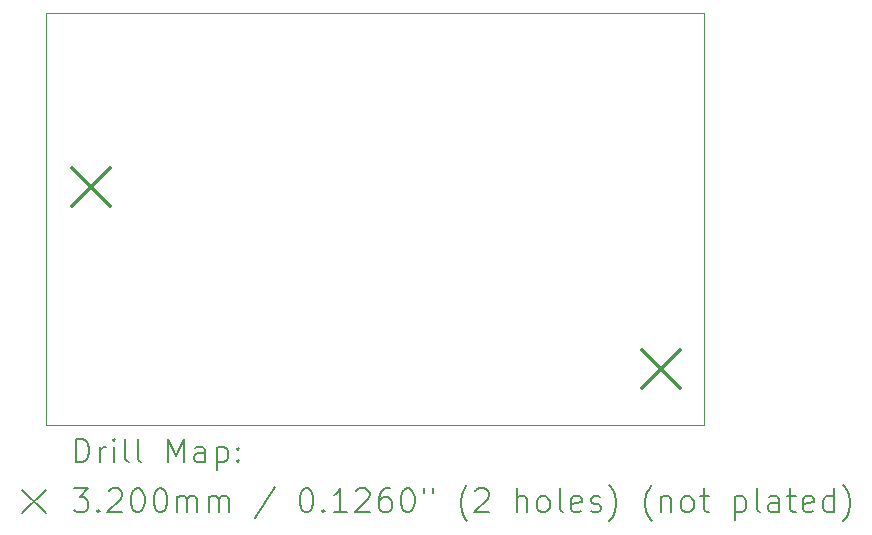
<source format=gbr>
%TF.GenerationSoftware,KiCad,Pcbnew,6.0.8+dfsg-1*%
%TF.CreationDate,2022-10-17T05:12:03+01:00*%
%TF.ProjectId,CapInrushLimBB-rounded,43617049-6e72-4757-9368-4c696d42422d,rev?*%
%TF.SameCoordinates,Original*%
%TF.FileFunction,Drillmap*%
%TF.FilePolarity,Positive*%
%FSLAX45Y45*%
G04 Gerber Fmt 4.5, Leading zero omitted, Abs format (unit mm)*
G04 Created by KiCad (PCBNEW 6.0.8+dfsg-1) date 2022-10-17 05:12:03*
%MOMM*%
%LPD*%
G01*
G04 APERTURE LIST*
%ADD10C,0.100000*%
%ADD11C,0.200000*%
%ADD12C,0.320000*%
G04 APERTURE END LIST*
D10*
X20701000Y-12541125D02*
X26273125Y-12541125D01*
X26273125Y-12541125D02*
X26273125Y-16033750D01*
X26273125Y-16033750D02*
X20701000Y-16033750D01*
X20701000Y-16033750D02*
X20701000Y-12541125D01*
D11*
D12*
X20922000Y-13857625D02*
X21242000Y-14177625D01*
X21242000Y-13857625D02*
X20922000Y-14177625D01*
X25748306Y-15397500D02*
X26068306Y-15717500D01*
X26068306Y-15397500D02*
X25748306Y-15717500D01*
D11*
X20953619Y-16349226D02*
X20953619Y-16149226D01*
X21001238Y-16149226D01*
X21029810Y-16158750D01*
X21048857Y-16177798D01*
X21058381Y-16196845D01*
X21067905Y-16234940D01*
X21067905Y-16263512D01*
X21058381Y-16301607D01*
X21048857Y-16320655D01*
X21029810Y-16339702D01*
X21001238Y-16349226D01*
X20953619Y-16349226D01*
X21153619Y-16349226D02*
X21153619Y-16215893D01*
X21153619Y-16253988D02*
X21163143Y-16234940D01*
X21172667Y-16225417D01*
X21191714Y-16215893D01*
X21210762Y-16215893D01*
X21277429Y-16349226D02*
X21277429Y-16215893D01*
X21277429Y-16149226D02*
X21267905Y-16158750D01*
X21277429Y-16168274D01*
X21286952Y-16158750D01*
X21277429Y-16149226D01*
X21277429Y-16168274D01*
X21401238Y-16349226D02*
X21382190Y-16339702D01*
X21372667Y-16320655D01*
X21372667Y-16149226D01*
X21506000Y-16349226D02*
X21486952Y-16339702D01*
X21477429Y-16320655D01*
X21477429Y-16149226D01*
X21734571Y-16349226D02*
X21734571Y-16149226D01*
X21801238Y-16292083D01*
X21867905Y-16149226D01*
X21867905Y-16349226D01*
X22048857Y-16349226D02*
X22048857Y-16244464D01*
X22039333Y-16225417D01*
X22020286Y-16215893D01*
X21982190Y-16215893D01*
X21963143Y-16225417D01*
X22048857Y-16339702D02*
X22029810Y-16349226D01*
X21982190Y-16349226D01*
X21963143Y-16339702D01*
X21953619Y-16320655D01*
X21953619Y-16301607D01*
X21963143Y-16282559D01*
X21982190Y-16273036D01*
X22029810Y-16273036D01*
X22048857Y-16263512D01*
X22144095Y-16215893D02*
X22144095Y-16415893D01*
X22144095Y-16225417D02*
X22163143Y-16215893D01*
X22201238Y-16215893D01*
X22220286Y-16225417D01*
X22229810Y-16234940D01*
X22239333Y-16253988D01*
X22239333Y-16311131D01*
X22229810Y-16330178D01*
X22220286Y-16339702D01*
X22201238Y-16349226D01*
X22163143Y-16349226D01*
X22144095Y-16339702D01*
X22325048Y-16330178D02*
X22334571Y-16339702D01*
X22325048Y-16349226D01*
X22315524Y-16339702D01*
X22325048Y-16330178D01*
X22325048Y-16349226D01*
X22325048Y-16225417D02*
X22334571Y-16234940D01*
X22325048Y-16244464D01*
X22315524Y-16234940D01*
X22325048Y-16225417D01*
X22325048Y-16244464D01*
X20496000Y-16578750D02*
X20696000Y-16778750D01*
X20696000Y-16578750D02*
X20496000Y-16778750D01*
X20934571Y-16569226D02*
X21058381Y-16569226D01*
X20991714Y-16645417D01*
X21020286Y-16645417D01*
X21039333Y-16654940D01*
X21048857Y-16664464D01*
X21058381Y-16683512D01*
X21058381Y-16731131D01*
X21048857Y-16750178D01*
X21039333Y-16759702D01*
X21020286Y-16769226D01*
X20963143Y-16769226D01*
X20944095Y-16759702D01*
X20934571Y-16750178D01*
X21144095Y-16750178D02*
X21153619Y-16759702D01*
X21144095Y-16769226D01*
X21134571Y-16759702D01*
X21144095Y-16750178D01*
X21144095Y-16769226D01*
X21229810Y-16588274D02*
X21239333Y-16578750D01*
X21258381Y-16569226D01*
X21306000Y-16569226D01*
X21325048Y-16578750D01*
X21334571Y-16588274D01*
X21344095Y-16607321D01*
X21344095Y-16626369D01*
X21334571Y-16654940D01*
X21220286Y-16769226D01*
X21344095Y-16769226D01*
X21467905Y-16569226D02*
X21486952Y-16569226D01*
X21506000Y-16578750D01*
X21515524Y-16588274D01*
X21525048Y-16607321D01*
X21534571Y-16645417D01*
X21534571Y-16693036D01*
X21525048Y-16731131D01*
X21515524Y-16750178D01*
X21506000Y-16759702D01*
X21486952Y-16769226D01*
X21467905Y-16769226D01*
X21448857Y-16759702D01*
X21439333Y-16750178D01*
X21429810Y-16731131D01*
X21420286Y-16693036D01*
X21420286Y-16645417D01*
X21429810Y-16607321D01*
X21439333Y-16588274D01*
X21448857Y-16578750D01*
X21467905Y-16569226D01*
X21658381Y-16569226D02*
X21677429Y-16569226D01*
X21696476Y-16578750D01*
X21706000Y-16588274D01*
X21715524Y-16607321D01*
X21725048Y-16645417D01*
X21725048Y-16693036D01*
X21715524Y-16731131D01*
X21706000Y-16750178D01*
X21696476Y-16759702D01*
X21677429Y-16769226D01*
X21658381Y-16769226D01*
X21639333Y-16759702D01*
X21629810Y-16750178D01*
X21620286Y-16731131D01*
X21610762Y-16693036D01*
X21610762Y-16645417D01*
X21620286Y-16607321D01*
X21629810Y-16588274D01*
X21639333Y-16578750D01*
X21658381Y-16569226D01*
X21810762Y-16769226D02*
X21810762Y-16635893D01*
X21810762Y-16654940D02*
X21820286Y-16645417D01*
X21839333Y-16635893D01*
X21867905Y-16635893D01*
X21886952Y-16645417D01*
X21896476Y-16664464D01*
X21896476Y-16769226D01*
X21896476Y-16664464D02*
X21906000Y-16645417D01*
X21925048Y-16635893D01*
X21953619Y-16635893D01*
X21972667Y-16645417D01*
X21982190Y-16664464D01*
X21982190Y-16769226D01*
X22077429Y-16769226D02*
X22077429Y-16635893D01*
X22077429Y-16654940D02*
X22086952Y-16645417D01*
X22106000Y-16635893D01*
X22134571Y-16635893D01*
X22153619Y-16645417D01*
X22163143Y-16664464D01*
X22163143Y-16769226D01*
X22163143Y-16664464D02*
X22172667Y-16645417D01*
X22191714Y-16635893D01*
X22220286Y-16635893D01*
X22239333Y-16645417D01*
X22248857Y-16664464D01*
X22248857Y-16769226D01*
X22639333Y-16559702D02*
X22467905Y-16816845D01*
X22896476Y-16569226D02*
X22915524Y-16569226D01*
X22934571Y-16578750D01*
X22944095Y-16588274D01*
X22953619Y-16607321D01*
X22963143Y-16645417D01*
X22963143Y-16693036D01*
X22953619Y-16731131D01*
X22944095Y-16750178D01*
X22934571Y-16759702D01*
X22915524Y-16769226D01*
X22896476Y-16769226D01*
X22877428Y-16759702D01*
X22867905Y-16750178D01*
X22858381Y-16731131D01*
X22848857Y-16693036D01*
X22848857Y-16645417D01*
X22858381Y-16607321D01*
X22867905Y-16588274D01*
X22877428Y-16578750D01*
X22896476Y-16569226D01*
X23048857Y-16750178D02*
X23058381Y-16759702D01*
X23048857Y-16769226D01*
X23039333Y-16759702D01*
X23048857Y-16750178D01*
X23048857Y-16769226D01*
X23248857Y-16769226D02*
X23134571Y-16769226D01*
X23191714Y-16769226D02*
X23191714Y-16569226D01*
X23172667Y-16597798D01*
X23153619Y-16616845D01*
X23134571Y-16626369D01*
X23325048Y-16588274D02*
X23334571Y-16578750D01*
X23353619Y-16569226D01*
X23401238Y-16569226D01*
X23420286Y-16578750D01*
X23429809Y-16588274D01*
X23439333Y-16607321D01*
X23439333Y-16626369D01*
X23429809Y-16654940D01*
X23315524Y-16769226D01*
X23439333Y-16769226D01*
X23610762Y-16569226D02*
X23572667Y-16569226D01*
X23553619Y-16578750D01*
X23544095Y-16588274D01*
X23525048Y-16616845D01*
X23515524Y-16654940D01*
X23515524Y-16731131D01*
X23525048Y-16750178D01*
X23534571Y-16759702D01*
X23553619Y-16769226D01*
X23591714Y-16769226D01*
X23610762Y-16759702D01*
X23620286Y-16750178D01*
X23629809Y-16731131D01*
X23629809Y-16683512D01*
X23620286Y-16664464D01*
X23610762Y-16654940D01*
X23591714Y-16645417D01*
X23553619Y-16645417D01*
X23534571Y-16654940D01*
X23525048Y-16664464D01*
X23515524Y-16683512D01*
X23753619Y-16569226D02*
X23772667Y-16569226D01*
X23791714Y-16578750D01*
X23801238Y-16588274D01*
X23810762Y-16607321D01*
X23820286Y-16645417D01*
X23820286Y-16693036D01*
X23810762Y-16731131D01*
X23801238Y-16750178D01*
X23791714Y-16759702D01*
X23772667Y-16769226D01*
X23753619Y-16769226D01*
X23734571Y-16759702D01*
X23725048Y-16750178D01*
X23715524Y-16731131D01*
X23706000Y-16693036D01*
X23706000Y-16645417D01*
X23715524Y-16607321D01*
X23725048Y-16588274D01*
X23734571Y-16578750D01*
X23753619Y-16569226D01*
X23896476Y-16569226D02*
X23896476Y-16607321D01*
X23972667Y-16569226D02*
X23972667Y-16607321D01*
X24267905Y-16845417D02*
X24258381Y-16835893D01*
X24239333Y-16807321D01*
X24229809Y-16788274D01*
X24220286Y-16759702D01*
X24210762Y-16712083D01*
X24210762Y-16673988D01*
X24220286Y-16626369D01*
X24229809Y-16597798D01*
X24239333Y-16578750D01*
X24258381Y-16550178D01*
X24267905Y-16540655D01*
X24334571Y-16588274D02*
X24344095Y-16578750D01*
X24363143Y-16569226D01*
X24410762Y-16569226D01*
X24429809Y-16578750D01*
X24439333Y-16588274D01*
X24448857Y-16607321D01*
X24448857Y-16626369D01*
X24439333Y-16654940D01*
X24325048Y-16769226D01*
X24448857Y-16769226D01*
X24686952Y-16769226D02*
X24686952Y-16569226D01*
X24772667Y-16769226D02*
X24772667Y-16664464D01*
X24763143Y-16645417D01*
X24744095Y-16635893D01*
X24715524Y-16635893D01*
X24696476Y-16645417D01*
X24686952Y-16654940D01*
X24896476Y-16769226D02*
X24877428Y-16759702D01*
X24867905Y-16750178D01*
X24858381Y-16731131D01*
X24858381Y-16673988D01*
X24867905Y-16654940D01*
X24877428Y-16645417D01*
X24896476Y-16635893D01*
X24925048Y-16635893D01*
X24944095Y-16645417D01*
X24953619Y-16654940D01*
X24963143Y-16673988D01*
X24963143Y-16731131D01*
X24953619Y-16750178D01*
X24944095Y-16759702D01*
X24925048Y-16769226D01*
X24896476Y-16769226D01*
X25077428Y-16769226D02*
X25058381Y-16759702D01*
X25048857Y-16740655D01*
X25048857Y-16569226D01*
X25229809Y-16759702D02*
X25210762Y-16769226D01*
X25172667Y-16769226D01*
X25153619Y-16759702D01*
X25144095Y-16740655D01*
X25144095Y-16664464D01*
X25153619Y-16645417D01*
X25172667Y-16635893D01*
X25210762Y-16635893D01*
X25229809Y-16645417D01*
X25239333Y-16664464D01*
X25239333Y-16683512D01*
X25144095Y-16702559D01*
X25315524Y-16759702D02*
X25334571Y-16769226D01*
X25372667Y-16769226D01*
X25391714Y-16759702D01*
X25401238Y-16740655D01*
X25401238Y-16731131D01*
X25391714Y-16712083D01*
X25372667Y-16702559D01*
X25344095Y-16702559D01*
X25325048Y-16693036D01*
X25315524Y-16673988D01*
X25315524Y-16664464D01*
X25325048Y-16645417D01*
X25344095Y-16635893D01*
X25372667Y-16635893D01*
X25391714Y-16645417D01*
X25467905Y-16845417D02*
X25477428Y-16835893D01*
X25496476Y-16807321D01*
X25506000Y-16788274D01*
X25515524Y-16759702D01*
X25525048Y-16712083D01*
X25525048Y-16673988D01*
X25515524Y-16626369D01*
X25506000Y-16597798D01*
X25496476Y-16578750D01*
X25477428Y-16550178D01*
X25467905Y-16540655D01*
X25829809Y-16845417D02*
X25820286Y-16835893D01*
X25801238Y-16807321D01*
X25791714Y-16788274D01*
X25782190Y-16759702D01*
X25772667Y-16712083D01*
X25772667Y-16673988D01*
X25782190Y-16626369D01*
X25791714Y-16597798D01*
X25801238Y-16578750D01*
X25820286Y-16550178D01*
X25829809Y-16540655D01*
X25906000Y-16635893D02*
X25906000Y-16769226D01*
X25906000Y-16654940D02*
X25915524Y-16645417D01*
X25934571Y-16635893D01*
X25963143Y-16635893D01*
X25982190Y-16645417D01*
X25991714Y-16664464D01*
X25991714Y-16769226D01*
X26115524Y-16769226D02*
X26096476Y-16759702D01*
X26086952Y-16750178D01*
X26077428Y-16731131D01*
X26077428Y-16673988D01*
X26086952Y-16654940D01*
X26096476Y-16645417D01*
X26115524Y-16635893D01*
X26144095Y-16635893D01*
X26163143Y-16645417D01*
X26172667Y-16654940D01*
X26182190Y-16673988D01*
X26182190Y-16731131D01*
X26172667Y-16750178D01*
X26163143Y-16759702D01*
X26144095Y-16769226D01*
X26115524Y-16769226D01*
X26239333Y-16635893D02*
X26315524Y-16635893D01*
X26267905Y-16569226D02*
X26267905Y-16740655D01*
X26277428Y-16759702D01*
X26296476Y-16769226D01*
X26315524Y-16769226D01*
X26534571Y-16635893D02*
X26534571Y-16835893D01*
X26534571Y-16645417D02*
X26553619Y-16635893D01*
X26591714Y-16635893D01*
X26610762Y-16645417D01*
X26620286Y-16654940D01*
X26629809Y-16673988D01*
X26629809Y-16731131D01*
X26620286Y-16750178D01*
X26610762Y-16759702D01*
X26591714Y-16769226D01*
X26553619Y-16769226D01*
X26534571Y-16759702D01*
X26744095Y-16769226D02*
X26725048Y-16759702D01*
X26715524Y-16740655D01*
X26715524Y-16569226D01*
X26906000Y-16769226D02*
X26906000Y-16664464D01*
X26896476Y-16645417D01*
X26877428Y-16635893D01*
X26839333Y-16635893D01*
X26820286Y-16645417D01*
X26906000Y-16759702D02*
X26886952Y-16769226D01*
X26839333Y-16769226D01*
X26820286Y-16759702D01*
X26810762Y-16740655D01*
X26810762Y-16721607D01*
X26820286Y-16702559D01*
X26839333Y-16693036D01*
X26886952Y-16693036D01*
X26906000Y-16683512D01*
X26972667Y-16635893D02*
X27048857Y-16635893D01*
X27001238Y-16569226D02*
X27001238Y-16740655D01*
X27010762Y-16759702D01*
X27029809Y-16769226D01*
X27048857Y-16769226D01*
X27191714Y-16759702D02*
X27172667Y-16769226D01*
X27134571Y-16769226D01*
X27115524Y-16759702D01*
X27106000Y-16740655D01*
X27106000Y-16664464D01*
X27115524Y-16645417D01*
X27134571Y-16635893D01*
X27172667Y-16635893D01*
X27191714Y-16645417D01*
X27201238Y-16664464D01*
X27201238Y-16683512D01*
X27106000Y-16702559D01*
X27372667Y-16769226D02*
X27372667Y-16569226D01*
X27372667Y-16759702D02*
X27353619Y-16769226D01*
X27315524Y-16769226D01*
X27296476Y-16759702D01*
X27286952Y-16750178D01*
X27277428Y-16731131D01*
X27277428Y-16673988D01*
X27286952Y-16654940D01*
X27296476Y-16645417D01*
X27315524Y-16635893D01*
X27353619Y-16635893D01*
X27372667Y-16645417D01*
X27448857Y-16845417D02*
X27458381Y-16835893D01*
X27477428Y-16807321D01*
X27486952Y-16788274D01*
X27496476Y-16759702D01*
X27506000Y-16712083D01*
X27506000Y-16673988D01*
X27496476Y-16626369D01*
X27486952Y-16597798D01*
X27477428Y-16578750D01*
X27458381Y-16550178D01*
X27448857Y-16540655D01*
M02*

</source>
